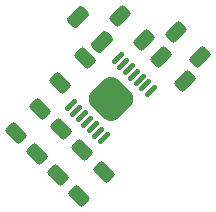
<source format=gbr>
%TF.GenerationSoftware,KiCad,Pcbnew,8.0.6*%
%TF.CreationDate,2024-11-27T15:34:58-05:00*%
%TF.ProjectId,lightboard,6c696768-7462-46f6-9172-642e6b696361,rev?*%
%TF.SameCoordinates,Original*%
%TF.FileFunction,Paste,Top*%
%TF.FilePolarity,Positive*%
%FSLAX46Y46*%
G04 Gerber Fmt 4.6, Leading zero omitted, Abs format (unit mm)*
G04 Created by KiCad (PCBNEW 8.0.6) date 2024-11-27 15:34:58*
%MOMM*%
%LPD*%
G01*
G04 APERTURE LIST*
G04 Aperture macros list*
%AMRoundRect*
0 Rectangle with rounded corners*
0 $1 Rounding radius*
0 $2 $3 $4 $5 $6 $7 $8 $9 X,Y pos of 4 corners*
0 Add a 4 corners polygon primitive as box body*
4,1,4,$2,$3,$4,$5,$6,$7,$8,$9,$2,$3,0*
0 Add four circle primitives for the rounded corners*
1,1,$1+$1,$2,$3*
1,1,$1+$1,$4,$5*
1,1,$1+$1,$6,$7*
1,1,$1+$1,$8,$9*
0 Add four rect primitives between the rounded corners*
20,1,$1+$1,$2,$3,$4,$5,0*
20,1,$1+$1,$4,$5,$6,$7,0*
20,1,$1+$1,$6,$7,$8,$9,0*
20,1,$1+$1,$8,$9,$2,$3,0*%
G04 Aperture macros list end*
%ADD10RoundRect,0.250000X-0.662913X-0.220971X-0.220971X-0.662913X0.662913X0.220971X0.220971X0.662913X0*%
%ADD11RoundRect,0.250000X0.220971X-0.662913X0.662913X-0.220971X-0.220971X0.662913X-0.662913X0.220971X0*%
%ADD12RoundRect,0.250000X0.689429X0.229810X0.229810X0.689429X-0.689429X-0.229810X-0.229810X-0.689429X0*%
%ADD13RoundRect,0.250000X-0.220971X0.662913X-0.662913X0.220971X0.220971X-0.662913X0.662913X-0.220971X0*%
%ADD14RoundRect,0.097500X-0.311127X-0.449013X0.449013X0.311127X0.311127X0.449013X-0.449013X-0.311127X0*%
%ADD15RoundRect,0.787500X1.113693X0.000000X0.000000X1.113693X-1.113693X0.000000X0.000000X-1.113693X0*%
G04 APERTURE END LIST*
D10*
%TO.C,R3*%
X188001390Y-86844536D03*
X190069678Y-88912824D03*
%TD*%
D11*
%TO.C,R6*%
X182765856Y-100334144D03*
X184834144Y-98265856D03*
%TD*%
D12*
%TO.C,C1*%
X186542983Y-89042983D03*
X184457017Y-86957017D03*
%TD*%
D13*
%TO.C,R5*%
X183034144Y-96465856D03*
X180965856Y-98534144D03*
%TD*%
D11*
%TO.C,R8*%
X184565856Y-102134144D03*
X186634144Y-100065856D03*
%TD*%
D10*
%TO.C,R1*%
X191465856Y-90353553D03*
X193534144Y-92421841D03*
%TD*%
%TO.C,R7*%
X192765856Y-88265856D03*
X194834144Y-90334144D03*
%TD*%
D13*
%TO.C,R2*%
X185034144Y-90465856D03*
X182965856Y-92534144D03*
%TD*%
D11*
%TO.C,R4*%
X179215856Y-96784144D03*
X181284144Y-94715856D03*
%TD*%
D14*
%TO.C,U1*%
X183873654Y-94454773D03*
X184333274Y-94914393D03*
X184792893Y-95374012D03*
X185252512Y-95833632D03*
X185712132Y-96293251D03*
X186171751Y-96752870D03*
X186631371Y-97212490D03*
D15*
X187267767Y-93889088D03*
D14*
X190619453Y-93224408D03*
X190159833Y-92764788D03*
X189700214Y-92305169D03*
X189240595Y-91845549D03*
X188780975Y-91385930D03*
X188321356Y-90926311D03*
X187861736Y-90466691D03*
%TD*%
M02*

</source>
